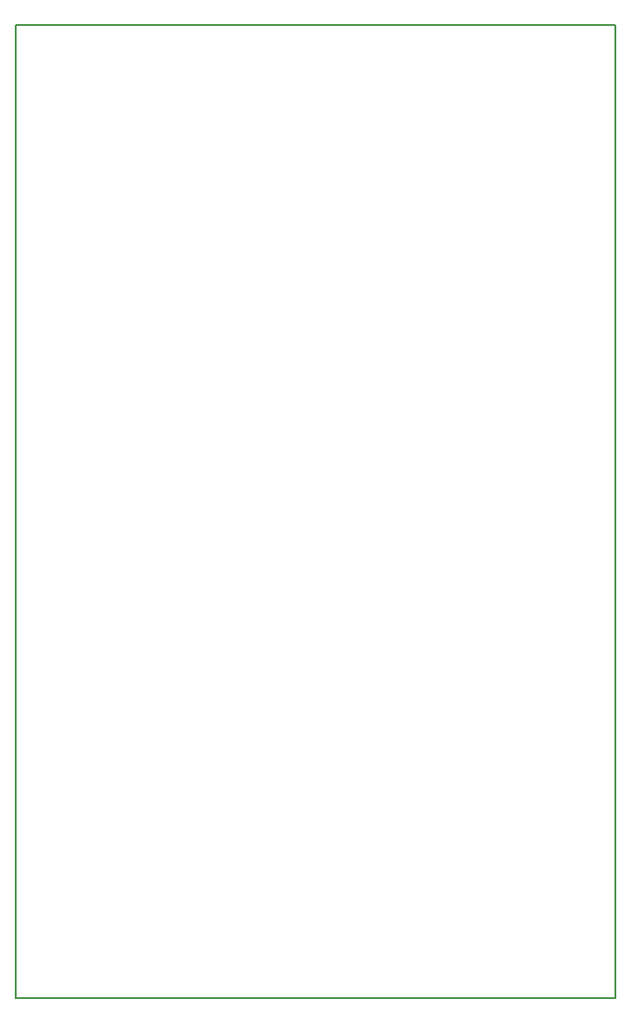
<source format=gko>
G04*
G04 #@! TF.GenerationSoftware,Altium Limited,Altium Designer,20.0.13 (296)*
G04*
G04 Layer_Color=16711935*
%FSLAX25Y25*%
%MOIN*%
G70*
G01*
G75*
%ADD33C,0.00800*%
D33*
X216000Y347500D02*
Y350500D01*
X0D02*
X216000D01*
X0Y347500D02*
Y350500D01*
Y0D02*
Y347500D01*
X216000Y49500D02*
Y347500D01*
X0Y0D02*
X216000D01*
Y49500D01*
M02*

</source>
